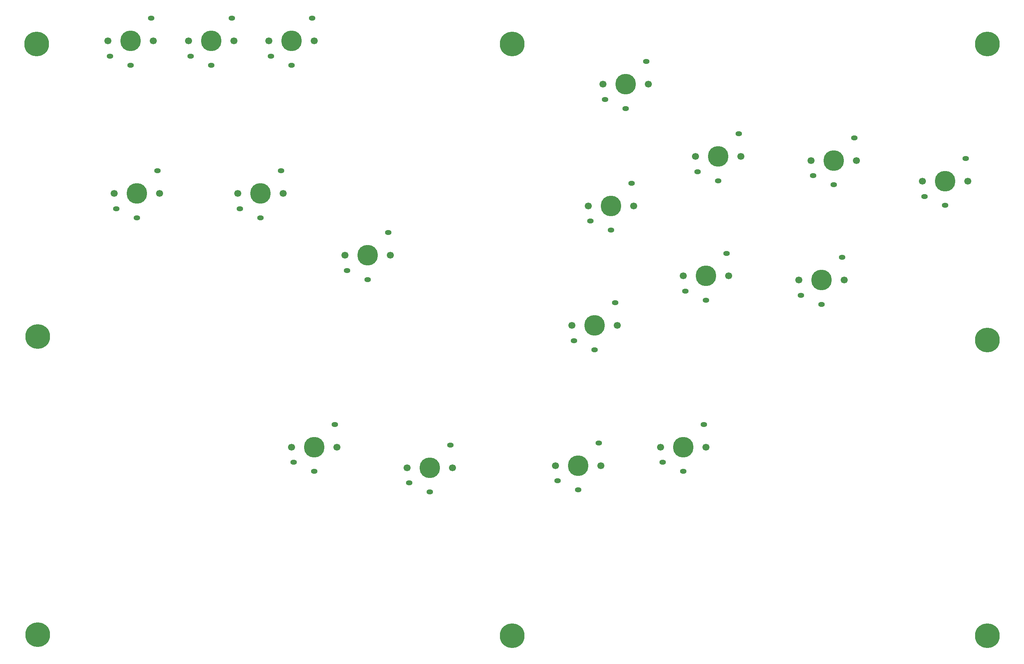
<source format=gbr>
%TF.GenerationSoftware,KiCad,Pcbnew,8.0.4*%
%TF.CreationDate,2024-09-01T11:28:24+09:00*%
%TF.ProjectId,nzx,6e7a782e-6b69-4636-9164-5f7063625858,rev?*%
%TF.SameCoordinates,Original*%
%TF.FileFunction,Soldermask,Bot*%
%TF.FilePolarity,Negative*%
%FSLAX46Y46*%
G04 Gerber Fmt 4.6, Leading zero omitted, Abs format (unit mm)*
G04 Created by KiCad (PCBNEW 8.0.4) date 2024-09-01 11:28:24*
%MOMM*%
%LPD*%
G01*
G04 APERTURE LIST*
%ADD10O,1.600000X1.200000*%
%ADD11C,1.700000*%
%ADD12C,5.000000*%
%ADD13C,6.000000*%
G04 APERTURE END LIST*
D10*
%TO.C,R2(RB)1*%
X241500000Y-44000000D03*
X236500000Y-55400000D03*
X231500000Y-53200000D03*
D11*
X242000000Y-49500000D03*
D12*
X236500000Y-49500000D03*
D11*
X231000000Y-49500000D03*
%TD*%
%TO.C,L2(LB)1*%
X204010000Y-44500000D03*
D12*
X209510000Y-44500000D03*
D11*
X215010000Y-44500000D03*
D10*
X204510000Y-48200000D03*
X209510000Y-50400000D03*
X214510000Y-39000000D03*
%TD*%
D11*
%TO.C,B4(Y)1*%
X176000000Y-43500000D03*
D12*
X181500000Y-43500000D03*
D11*
X187000000Y-43500000D03*
D10*
X176500000Y-47200000D03*
X181500000Y-49400000D03*
X186500000Y-38000000D03*
%TD*%
D11*
%TO.C,R1(R)1*%
X153500000Y-26000000D03*
D12*
X159000000Y-26000000D03*
D11*
X164500000Y-26000000D03*
D10*
X154000000Y-29700000D03*
X159000000Y-31900000D03*
X164000000Y-20500000D03*
%TD*%
D11*
%TO.C,B3(X)1*%
X150000000Y-55500000D03*
D12*
X155500000Y-55500000D03*
D11*
X161000000Y-55500000D03*
D10*
X150500000Y-59200000D03*
X155500000Y-61400000D03*
X160500000Y-50000000D03*
%TD*%
D11*
%TO.C,L1(L)1*%
X201000000Y-73500000D03*
D12*
X206500000Y-73500000D03*
D11*
X212000000Y-73500000D03*
D10*
X201500000Y-77200000D03*
X206500000Y-79400000D03*
X211500000Y-68000000D03*
%TD*%
D11*
%TO.C,B2(B)1*%
X173000000Y-72500000D03*
D12*
X178500000Y-72500000D03*
D11*
X184000000Y-72500000D03*
D10*
X173500000Y-76200000D03*
X178500000Y-78400000D03*
X183500000Y-67000000D03*
%TD*%
%TO.C,B1(A)1*%
X156500000Y-79000000D03*
X151500000Y-90400000D03*
X146500000Y-88200000D03*
D11*
X157000000Y-84500000D03*
D12*
X151500000Y-84500000D03*
D11*
X146000000Y-84500000D03*
%TD*%
D10*
%TO.C,R3(RS)1*%
X178000000Y-108500000D03*
X173000000Y-119900000D03*
X168000000Y-117700000D03*
D11*
X178500000Y-114000000D03*
D12*
X173000000Y-114000000D03*
D11*
X167500000Y-114000000D03*
%TD*%
%TO.C,LEFT1*%
X35000000Y-52500000D03*
D12*
X40500000Y-52500000D03*
D11*
X46000000Y-52500000D03*
D10*
X35500000Y-56200000D03*
X40500000Y-58400000D03*
X45500000Y-47000000D03*
%TD*%
%TO.C,DOWN1*%
X75500000Y-47000000D03*
X70500000Y-58400000D03*
X65500000Y-56200000D03*
D11*
X76000000Y-52500000D03*
D12*
X70500000Y-52500000D03*
D11*
X65000000Y-52500000D03*
%TD*%
D10*
%TO.C,A1(GUIDE)1*%
X88500000Y-108500000D03*
X83500000Y-119900000D03*
X78500000Y-117700000D03*
D11*
X89000000Y-114000000D03*
D12*
X83500000Y-114000000D03*
D11*
X78000000Y-114000000D03*
%TD*%
%TO.C,RIGHT1*%
X91000000Y-67500000D03*
D12*
X96500000Y-67500000D03*
D11*
X102000000Y-67500000D03*
D10*
X91500000Y-71200000D03*
X96500000Y-73400000D03*
X101500000Y-62000000D03*
%TD*%
D11*
%TO.C,UP1*%
X106000000Y-119000000D03*
D12*
X111500000Y-119000000D03*
D11*
X117000000Y-119000000D03*
D10*
X106500000Y-122700000D03*
X111500000Y-124900000D03*
X116500000Y-113500000D03*
%TD*%
D13*
%TO.C,H8*%
X246775000Y-159775000D03*
%TD*%
%TO.C,H4*%
X131500000Y-16225000D03*
%TD*%
%TO.C,H5*%
X131500000Y-159775000D03*
%TD*%
%TO.C,H7*%
X246775000Y-16225000D03*
%TD*%
%TO.C,H2*%
X16475000Y-87213375D03*
%TD*%
%TO.C,H1*%
X16225000Y-16225000D03*
%TD*%
D11*
%TO.C,S2(START)1*%
X72500000Y-15500000D03*
D12*
X78000000Y-15500000D03*
D11*
X83500000Y-15500000D03*
D10*
X73000000Y-19200000D03*
X78000000Y-21400000D03*
X83000000Y-10000000D03*
%TD*%
D13*
%TO.C,H6*%
X246775000Y-88000000D03*
%TD*%
D11*
%TO.C,S1(BACK)1*%
X53000000Y-15500000D03*
D12*
X58500000Y-15500000D03*
D11*
X64000000Y-15500000D03*
D10*
X53500000Y-19200000D03*
X58500000Y-21400000D03*
X63500000Y-10000000D03*
%TD*%
D11*
%TO.C,A2(CAPTURE)1*%
X33500000Y-15500000D03*
D12*
X39000000Y-15500000D03*
D11*
X44500000Y-15500000D03*
D10*
X34000000Y-19200000D03*
X39000000Y-21400000D03*
X44000000Y-10000000D03*
%TD*%
D13*
%TO.C,H3*%
X16475000Y-159525000D03*
%TD*%
D10*
%TO.C,L3(LS)1*%
X152500000Y-113000000D03*
X147500000Y-124400000D03*
X142500000Y-122200000D03*
D11*
X153000000Y-118500000D03*
D12*
X147500000Y-118500000D03*
D11*
X142000000Y-118500000D03*
%TD*%
M02*

</source>
